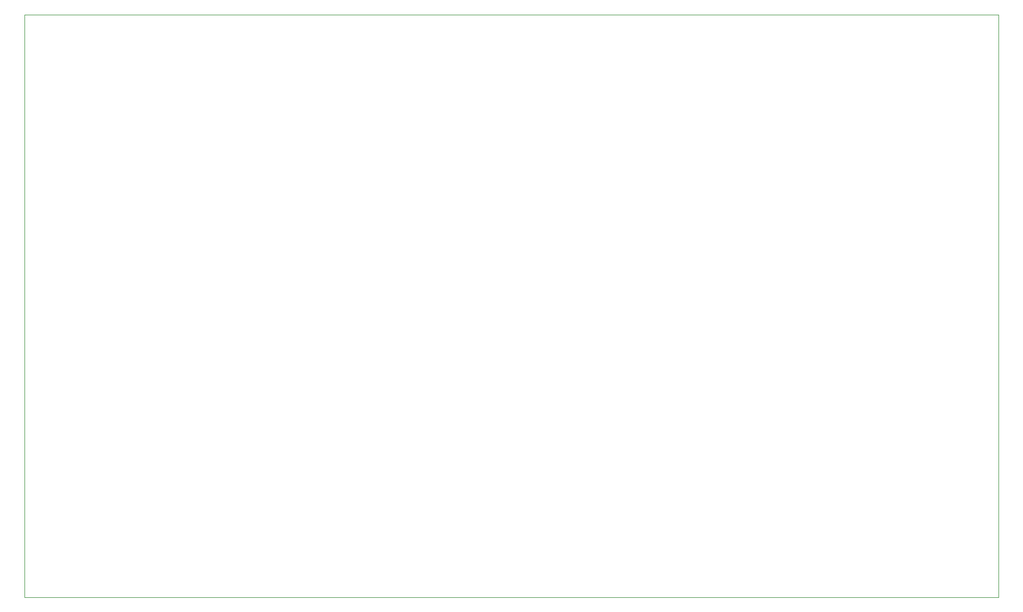
<source format=gbr>
%TF.GenerationSoftware,KiCad,Pcbnew,5.1.10-88a1d61d58~90~ubuntu20.10.1*%
%TF.CreationDate,2021-08-15T21:12:30+02:00*%
%TF.ProjectId,vcf-3350-8,7663662d-3333-4353-902d-382e6b696361,rev?*%
%TF.SameCoordinates,Original*%
%TF.FileFunction,Profile,NP*%
%FSLAX46Y46*%
G04 Gerber Fmt 4.6, Leading zero omitted, Abs format (unit mm)*
G04 Created by KiCad (PCBNEW 5.1.10-88a1d61d58~90~ubuntu20.10.1) date 2021-08-15 21:12:30*
%MOMM*%
%LPD*%
G01*
G04 APERTURE LIST*
%TA.AperFunction,Profile*%
%ADD10C,0.050000*%
%TD*%
G04 APERTURE END LIST*
D10*
X222000000Y-175500000D02*
X70500000Y-175500000D01*
X222000000Y-85000000D02*
X222000000Y-175500000D01*
X70500000Y-85000000D02*
X222000000Y-85000000D01*
X70500000Y-175500000D02*
X70500000Y-85000000D01*
M02*

</source>
